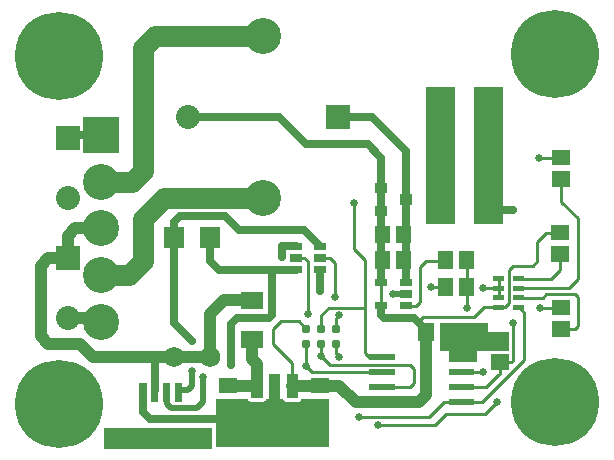
<source format=gbr>
G04 start of page 2 for group 0 idx 0 *
G04 Title: (unknown), top *
G04 Creator: pcb 4.0.2 *
G04 CreationDate: Thu Oct 28 14:33:54 2021 UTC *
G04 For: ndholmes *
G04 Format: Gerber/RS-274X *
G04 PCB-Dimensions (mil): 2000.00 1500.00 *
G04 PCB-Coordinate-Origin: lower left *
%MOIN*%
%FSLAX25Y25*%
%LNTOP*%
%ADD28C,0.0380*%
%ADD27C,0.0600*%
%ADD26C,0.0390*%
%ADD25C,0.1285*%
%ADD24C,0.0480*%
%ADD23C,0.0120*%
%ADD22C,0.0260*%
%ADD21C,0.0310*%
%ADD20C,0.0680*%
%ADD19C,0.0800*%
%ADD18C,0.1200*%
%ADD17C,0.2937*%
%ADD16C,0.0200*%
%ADD15C,0.0400*%
%ADD14C,0.0100*%
%ADD13C,0.0250*%
%ADD12C,0.0700*%
%ADD11C,0.0001*%
G54D11*G36*
X69500Y18500D02*X80079D01*
X80131Y18374D01*
X80230Y18213D01*
X80353Y18070D01*
X80496Y17947D01*
X80658Y17848D01*
X80832Y17776D01*
X81016Y17732D01*
X81204Y17721D01*
X85172Y17732D01*
X85356Y17776D01*
X85530Y17848D01*
X85692Y17947D01*
X85835Y18070D01*
X85958Y18213D01*
X86057Y18374D01*
X86109Y18500D01*
X91891D01*
X91943Y18374D01*
X92042Y18213D01*
X92165Y18070D01*
X92308Y17947D01*
X92470Y17848D01*
X92644Y17776D01*
X92828Y17732D01*
X93016Y17721D01*
X96984Y17732D01*
X97168Y17776D01*
X97342Y17848D01*
X97504Y17947D01*
X97647Y18070D01*
X97770Y18213D01*
X97869Y18374D01*
X97921Y18500D01*
X107000D01*
Y2500D01*
X69500D01*
Y18500D01*
G37*
G36*
X32000Y9000D02*X68000D01*
Y2000D01*
X32000D01*
Y9000D01*
G37*
G36*
X155500Y41000D02*X167000D01*
Y34513D01*
X166952Y34516D01*
X160891Y34507D01*
X160863Y34500D01*
X155500D01*
Y41000D01*
G37*
G36*
X156500Y31000D02*X147000D01*
Y37000D01*
X156500D01*
Y31000D01*
G37*
G36*
X144000Y44000D02*X160000D01*
Y34500D01*
X144000D01*
Y44000D01*
G37*
G36*
X148500Y43000D02*X160000D01*
Y36500D01*
X148500D01*
Y43000D01*
G37*
G36*
X165000Y77000D02*X155500D01*
Y122500D01*
X165000D01*
Y77000D01*
G37*
G36*
X149000D02*X139500D01*
Y122500D01*
X149000D01*
Y77000D01*
G37*
G54D12*X45000Y94500D02*Y135500D01*
X49000Y139500D01*
X85000D01*
X52000Y85500D02*X85000D01*
G54D13*X58000Y79500D02*X72500D01*
X60000Y112500D02*X90500D01*
X99500Y103500D01*
X58500Y79500D02*X57500D01*
X104000Y54500D02*Y61500D01*
G54D14*X109000Y64000D02*Y52500D01*
X107400Y65600D02*X109000Y64000D01*
X104200Y65600D02*X107400D01*
G54D13*X98700Y75000D02*X104200Y69500D01*
X94000Y75000D02*X98700D01*
X96000Y69500D02*X91500D01*
Y66000D02*Y69500D01*
G54D14*X96000Y65600D02*X98900D01*
X100000Y64500D02*Y52500D01*
G54D13*X88200Y61700D02*Y46700D01*
X87000Y45500D01*
G54D14*X98900Y65600D02*X100000Y64500D01*
G54D13*X31000Y106700D02*X21200D01*
G54D12*X31000Y91100D02*X41600D01*
X45000Y94500D01*
Y78500D02*X52000Y85500D01*
G54D13*X57500Y79500D02*X55500Y77500D01*
Y44500D01*
G54D12*X31000Y59900D02*X40400D01*
X45000Y64500D02*Y78500D01*
G54D15*X31000Y75500D02*X22500D01*
X20000Y73000D01*
Y65500D01*
X13500D02*X20000D01*
Y45500D02*X29800D01*
G54D13*X96000Y61700D02*X87800D01*
X89300D02*X70300D01*
X67500Y64500D01*
Y72500D01*
X72500Y79500D02*X77000Y75000D01*
X95000D01*
G54D15*X83094Y22858D02*Y30406D01*
X81500Y32000D01*
X73500Y23043D02*X83051D01*
X83094Y23000D01*
X81500Y32000D02*Y38500D01*
G54D13*X87000Y45500D02*X76500D01*
X74500Y43500D01*
G54D15*X67500Y47000D02*X72000Y51500D01*
X81500D01*
G54D13*X74500Y43500D02*Y30000D01*
G54D12*X40400Y59900D02*X45000Y64500D01*
G54D13*X49031Y21500D02*Y32469D01*
X49000Y32500D01*
X45094Y21500D02*Y14406D01*
X47500Y12000D01*
G54D15*X67500Y32500D02*X28500D01*
G54D13*X55500Y46500D02*Y44000D01*
X61500Y38000D01*
G54D15*X29800Y45500D02*X31000Y44300D01*
X11000Y39500D02*Y63000D01*
X13500Y65500D01*
X28500Y32500D02*X24000Y37000D01*
X13500D01*
X11000Y39500D01*
G54D16*X65000Y17500D02*Y26000D01*
G54D13*X47500Y12000D02*X72000D01*
G54D16*X52969Y21500D02*Y17031D01*
X54500Y15500D01*
X63000D01*
G54D15*X67500Y32500D02*Y47000D01*
G54D16*X61500Y23000D02*Y28000D01*
X56906Y21500D02*X60000D01*
X61500Y23000D01*
X63000Y15500D02*X65000Y17500D01*
G54D14*X141000Y56000D02*X144500D01*
X158500Y55500D02*X163652D01*
G54D16*X128500Y53500D02*X133000D01*
G54D14*X153000Y55957D02*X153043Y56000D01*
X141500D02*X145957D01*
X163652Y52425D02*Y58724D01*
X167000Y50500D02*Y60000D01*
X172000Y47500D02*Y31500D01*
X170500Y49000D02*X172000Y47500D01*
X170500Y49276D02*Y49000D01*
X168500Y44000D02*Y31500D01*
X165776Y49276D02*X167000Y50500D01*
X163500Y49276D02*X165776D01*
X163652D02*X158776D01*
X153000Y49000D02*Y55957D01*
X158776Y49276D02*X157500Y48000D01*
X155500Y46000D02*X158500Y49000D01*
X138500Y46000D02*X155500D01*
X175000Y63000D02*X176500Y64500D01*
X172776Y58724D02*X181224D01*
X168500Y63000D02*X175000D01*
X167000Y61500D02*X168500Y63000D01*
X167000Y58500D02*Y61500D01*
X170348Y58724D02*X174724D01*
X153043Y56000D02*Y64500D01*
X145500D02*X141500D01*
X184500Y84457D02*X186978Y81978D01*
X184500Y91957D02*Y84457D01*
X190000Y78957D02*X184500Y84457D01*
X190000Y58500D02*Y78957D01*
X187075Y55575D02*X190000Y58500D01*
X176500Y71000D02*X177250Y71750D01*
X176500Y64500D02*Y71000D01*
X179543Y74043D02*X176500Y71000D01*
X184000Y74043D02*X179543D01*
G54D13*X168500Y81500D02*X161500D01*
G54D14*X177000Y99000D02*X184457D01*
X184500Y99043D01*
X184457Y49000D02*X184500Y49043D01*
X184000Y61500D02*Y66957D01*
X181224Y58724D02*X184000Y61500D01*
X177500Y49000D02*X184457D01*
X184543Y42000D02*X184500Y41957D01*
X189000Y42000D02*X184543D01*
X190000Y43000D02*X189000Y42000D01*
X190000Y52500D02*Y43000D01*
X189000Y53500D02*X190000Y52500D01*
X170348Y55575D02*X187075D01*
X179500Y53500D02*X189000D01*
X178425Y52425D02*X179500Y53500D01*
X175000Y52425D02*X178425D01*
X170348D02*X175575D01*
X142500Y10000D02*X146000Y13500D01*
X140500Y12500D02*X145500Y17500D01*
G54D15*X139500Y20000D02*Y41500D01*
X137000Y17500D02*X139500Y20000D01*
G54D14*X134000Y30000D02*X127500D01*
X172000Y31500D02*X169500Y29000D01*
X168000Y31000D02*X164500D01*
X168500Y31500D02*X168000Y31000D01*
X159000Y13500D02*X163000Y17500D01*
X146000Y13500D02*X159000D01*
X145500Y17500D02*X158000D01*
X166000Y25500D01*
X164000Y27000D02*X162500Y25500D01*
X164000Y30957D02*Y27000D01*
X159500Y22500D02*X163500Y26500D01*
X151250Y22500D02*X159500D01*
X151250Y27500D02*X158500D01*
X170348Y29848D02*X165500Y25000D01*
X123500Y10000D02*X142500D01*
X117000Y12500D02*X140500D01*
X135500Y28500D02*X134000Y30000D01*
X135500Y24000D02*Y28500D01*
X134000Y22500D02*X135500Y24000D01*
X130000Y22500D02*X134000D01*
G54D15*X124000Y17500D02*X137000D01*
X124750D02*X116000D01*
G54D14*X124750Y22500D02*X130500D01*
X111500Y27500D02*X124750D01*
X109500Y33500D02*X110500Y32500D01*
X124750D02*X120500D01*
X124500Y57500D02*Y49700D01*
G54D13*Y46500D01*
G54D14*X136750Y44250D02*X138500Y46000D01*
X136200Y49700D02*X137500Y51000D01*
X132700Y49700D02*X136200D01*
G54D13*X135500Y45500D02*X139500Y41500D01*
X125500Y45500D02*X135500D01*
X124500Y46500D02*X125500Y45500D01*
G54D14*X120500Y32500D02*X119000Y34000D01*
X139500Y64500D02*X143500D01*
X137500Y62500D02*X139500Y64500D01*
X137500Y51000D02*Y62500D01*
G54D13*X129500Y104500D02*X132000Y102000D01*
X132700Y101300D02*X129500Y104500D01*
X132700Y57500D02*Y101300D01*
X124500Y57500D02*Y99000D01*
G54D14*X119000Y65000D02*X115500Y68500D01*
Y84000D01*
G54D13*X99500Y103500D02*X120000D01*
X124500Y99000D01*
X121500Y112500D02*X130000Y104000D01*
X110000Y112500D02*X121500D01*
G54D14*X130500Y30000D02*X122000D01*
X107500D02*X104500Y33000D01*
X125500Y30000D02*X107500D01*
X104500Y37000D02*Y33000D01*
X99500Y37000D02*Y30000D01*
G54D15*X103188Y23000D02*X103094Y22906D01*
G54D14*X101500Y27500D02*X112000D01*
X99500Y29500D02*X101500Y27500D01*
X99500Y31000D02*Y29500D01*
G54D15*X103863Y22906D02*X104000Y23043D01*
G54D14*X94906Y22858D02*Y30594D01*
G54D15*X110500Y23000D02*X103188D01*
X116000Y17500D02*X110500Y23000D01*
X94906Y22906D02*X103863D01*
G54D14*X88500Y37000D02*X91750Y33750D01*
X94906Y30594D02*X91500Y34000D01*
X88500Y42000D02*Y37000D01*
X91000Y44500D02*X88500Y42000D01*
X97000Y44500D02*X91000D01*
X99500Y42000D02*X97000Y44500D01*
X109500Y37000D02*Y33500D01*
Y42000D02*Y45500D01*
X104500Y42000D02*Y46500D01*
X100000Y54000D02*Y47000D01*
X107000Y49000D02*X115500D01*
X109500Y45500D02*X110500Y46500D01*
X104500D02*X107000Y49000D01*
X114500D02*X119000D01*
Y34000D02*Y65000D01*
G54D11*G36*
X106000Y116500D02*Y108500D01*
X114000D01*
Y116500D01*
X106000D01*
G37*
G54D17*X182500Y133500D03*
G54D18*X85000Y139500D03*
G54D17*X182500Y17500D03*
G54D18*X31000Y75500D03*
Y59900D03*
Y44300D03*
G54D11*G36*
X25000Y112700D02*Y100700D01*
X37000D01*
Y112700D01*
X25000D01*
G37*
G54D18*X31000Y91100D03*
G54D11*G36*
X16000Y109500D02*Y101500D01*
X24000D01*
Y109500D01*
X16000D01*
G37*
G54D19*X20000Y85500D03*
G54D17*X17000Y133000D03*
G54D11*G36*
X16000Y69500D02*Y61500D01*
X24000D01*
Y69500D01*
X16000D01*
G37*
G54D19*X20000Y45500D03*
G54D17*X17000Y17000D03*
G54D20*X67500Y32500D03*
X55500D03*
G54D19*X60000Y112500D03*
G54D18*X85000Y85500D03*
G54D11*G36*
X64100Y75900D02*Y69100D01*
X70900D01*
Y75900D01*
X64100D01*
G37*
G36*
X52100D02*Y69100D01*
X58900D01*
Y75900D01*
X52100D01*
G37*
G36*
X181048Y69516D02*Y64398D01*
X186952D01*
Y69516D01*
X181048D01*
G37*
G36*
Y76602D02*Y71484D01*
X186952D01*
Y76602D01*
X181048D01*
G37*
G36*
X181548Y94516D02*Y89398D01*
X187452D01*
Y94516D01*
X181548D01*
G37*
G36*
Y101602D02*Y96484D01*
X187452D01*
Y101602D01*
X181548D01*
G37*
G36*
Y44516D02*Y39398D01*
X187452D01*
Y44516D01*
X181548D01*
G37*
G36*
Y51602D02*Y46484D01*
X187452D01*
Y51602D01*
X181548D01*
G37*
G36*
X168576Y50112D02*Y48440D01*
X172120D01*
Y50112D01*
X168576D01*
G37*
G36*
Y53262D02*Y51588D01*
X172120D01*
Y53262D01*
X168576D01*
G37*
G36*
Y56412D02*Y54738D01*
X172120D01*
Y56412D01*
X168576D01*
G37*
G36*
Y59560D02*Y57888D01*
X172120D01*
Y59560D01*
X168576D01*
G37*
G36*
X122500Y58700D02*Y56300D01*
X126500D01*
Y58700D01*
X122500D01*
G37*
G36*
Y50900D02*Y48500D01*
X126500D01*
Y50900D01*
X122500D01*
G37*
G36*
X130700D02*Y48500D01*
X134700D01*
Y50900D01*
X130700D01*
G37*
G36*
Y54800D02*Y52400D01*
X134700D01*
Y54800D01*
X130700D01*
G37*
G36*
Y58700D02*Y56300D01*
X134700D01*
Y58700D01*
X130700D01*
G37*
G36*
X127516Y76452D02*X122398D01*
Y70548D01*
X127516D01*
Y76452D01*
G37*
G36*
X122500Y90700D02*Y87300D01*
X126500D01*
Y90700D01*
X122500D01*
G37*
G36*
Y82900D02*Y79500D01*
X126500D01*
Y82900D01*
X122500D01*
G37*
G36*
X134602Y76452D02*X129484D01*
Y70548D01*
X134602D01*
Y76452D01*
G37*
G36*
X130700Y86800D02*Y83400D01*
X134700D01*
Y86800D01*
X130700D01*
G37*
G36*
X145850Y85700D02*X140350D01*
Y77400D01*
X145850D01*
Y85700D01*
G37*
G36*
Y121600D02*X140350D01*
Y113300D01*
X145850D01*
Y121600D01*
G37*
G36*
X134602Y67952D02*X129484D01*
Y62048D01*
X134602D01*
Y67952D01*
G37*
G36*
X127516D02*X122398D01*
Y62048D01*
X127516D01*
Y67952D01*
G37*
G36*
X142016Y43952D02*X136898D01*
Y38048D01*
X142016D01*
Y43952D01*
G37*
G36*
X120500Y33500D02*Y31500D01*
X129000D01*
Y33500D01*
X120500D01*
G37*
G36*
Y28500D02*Y26500D01*
X129000D01*
Y28500D01*
X120500D01*
G37*
G36*
Y23500D02*Y21500D01*
X129000D01*
Y23500D01*
X120500D01*
G37*
G36*
Y18500D02*Y16500D01*
X129000D01*
Y18500D01*
X120500D01*
G37*
G54D21*X109500Y37000D03*
G54D11*G36*
X147000Y18500D02*Y16500D01*
X155500D01*
Y18500D01*
X147000D01*
G37*
G36*
Y23500D02*Y21500D01*
X155500D01*
Y23500D01*
X147000D01*
G37*
G36*
Y28500D02*Y26500D01*
X155500D01*
Y28500D01*
X147000D01*
G37*
G36*
Y33500D02*Y31500D01*
X155500D01*
Y33500D01*
X147000D01*
G37*
G36*
X161048Y33516D02*Y28398D01*
X166952D01*
Y33516D01*
X161048D01*
G37*
G36*
Y40602D02*Y35484D01*
X166952D01*
Y40602D01*
X161048D01*
G37*
G36*
X148516Y67952D02*X143398D01*
Y62048D01*
X148516D01*
Y67952D01*
G37*
G36*
Y58952D02*X143398D01*
Y53048D01*
X148516D01*
Y58952D01*
G37*
G36*
X149102Y43952D02*X143984D01*
Y38048D01*
X149102D01*
Y43952D01*
G37*
G36*
X155602Y67952D02*X150484D01*
Y62048D01*
X155602D01*
Y67952D01*
G37*
G36*
Y58952D02*X150484D01*
Y53048D01*
X155602D01*
Y58952D01*
G37*
G36*
X161880Y59560D02*Y57888D01*
X165424D01*
Y59560D01*
X161880D01*
G37*
G36*
Y56412D02*Y54738D01*
X165424D01*
Y56412D01*
X161880D01*
G37*
G36*
Y53262D02*Y51588D01*
X165424D01*
Y53262D01*
X161880D01*
G37*
G36*
Y50112D02*Y48440D01*
X165424D01*
Y50112D01*
X161880D01*
G37*
G36*
X163650Y85700D02*X158150D01*
Y77400D01*
X163650D01*
Y85700D01*
G37*
G36*
Y121600D02*X158150D01*
Y113300D01*
X163650D01*
Y121600D01*
G37*
G54D21*X99500Y37000D03*
Y42000D03*
X104500Y37000D03*
Y42000D03*
X109500D03*
G54D11*G36*
X77750Y54250D02*Y48750D01*
X85250D01*
Y54250D01*
X77750D01*
G37*
G36*
Y41250D02*Y35750D01*
X85250D01*
Y41250D01*
X77750D01*
G37*
G36*
X94000Y70700D02*Y68300D01*
X98000D01*
Y70700D01*
X94000D01*
G37*
G36*
Y66800D02*Y64400D01*
X98000D01*
Y66800D01*
X94000D01*
G37*
G36*
Y62900D02*Y60500D01*
X98000D01*
Y62900D01*
X94000D01*
G37*
G36*
X102200D02*Y60500D01*
X106200D01*
Y62900D01*
X102200D01*
G37*
G36*
Y66800D02*Y64400D01*
X106200D01*
Y66800D01*
X102200D01*
G37*
G36*
Y70700D02*Y68300D01*
X106200D01*
Y70700D01*
X102200D01*
G37*
G36*
X101048Y25602D02*Y20484D01*
X106952D01*
Y25602D01*
X101048D01*
G37*
G36*
X96796Y26795D02*X93016D01*
Y18921D01*
X96796D01*
Y26795D01*
G37*
G36*
X101048Y18516D02*Y13398D01*
X106952D01*
Y18516D01*
X101048D01*
G37*
G36*
X70548Y25602D02*Y20484D01*
X76452D01*
Y25602D01*
X70548D01*
G37*
G36*
Y18516D02*Y13398D01*
X76452D01*
Y18516D01*
X70548D01*
G37*
G36*
X90890Y26795D02*X87110D01*
Y11205D01*
X90890D01*
Y26795D01*
G37*
G36*
X93725Y16086D02*X84275D01*
Y4746D01*
X93725D01*
Y16086D01*
G37*
G36*
X90885Y18926D02*X89465Y17506D01*
X92305Y14666D01*
X93725Y16086D01*
X90885Y18926D01*
G37*
G36*
X88535Y17506D02*X87115Y18926D01*
X84275Y16086D01*
X85695Y14666D01*
X88535Y17506D01*
G37*
G36*
X84984Y26795D02*X81204D01*
Y18921D01*
X84984D01*
Y26795D01*
G37*
G36*
X46299Y23807D02*X43937D01*
Y17705D01*
X46299D01*
Y23807D01*
G37*
G36*
X50236D02*X47874D01*
Y17705D01*
X50236D01*
Y23807D01*
G37*
G36*
X54173D02*X51811D01*
Y17705D01*
X54173D01*
Y23807D01*
G37*
G36*
X58110D02*X55748D01*
Y17705D01*
X58110D01*
Y23807D01*
G37*
G36*
X42362Y9043D02*X37638D01*
Y1957D01*
X42362D01*
Y9043D01*
G37*
G36*
X64409D02*X59685D01*
Y1957D01*
X64409D01*
Y9043D01*
G37*
G54D22*X155000Y39000D03*
X163000Y17500D03*
X123500Y10000D03*
X158000Y36500D03*
X152000D03*
X158500Y27500D03*
X177500Y49000D03*
X153000D03*
X168500Y44000D03*
X152000Y42000D03*
X158000D03*
X141000Y56000D03*
X168500Y81500D03*
X158500Y55500D03*
X141500Y109500D03*
Y89000D03*
X147000Y109500D03*
Y89000D03*
Y99500D03*
X177000Y99000D03*
X104000Y54500D03*
Y58000D03*
X128500Y53500D03*
X91500Y66000D03*
X110500Y32500D03*
Y46500D03*
X99500Y29500D03*
X109000Y52500D03*
X104500Y33000D03*
X100000Y47000D03*
X91500Y69500D03*
X115500Y84000D03*
X117000Y12500D03*
X97500Y15500D03*
X101000Y8500D03*
Y5000D03*
X97500Y12000D03*
Y8500D03*
Y5000D03*
X77000Y8500D03*
Y5000D03*
X80500Y15500D03*
X61500Y28000D03*
Y38000D03*
X74500Y30000D03*
X65000Y26000D03*
X80500Y12000D03*
Y8500D03*
Y5000D03*
G54D23*G54D24*G54D25*G54D20*G54D26*G54D25*G54D27*G54D24*G54D25*G54D24*G54D25*G54D28*G54D24*G54D20*G54D28*M02*

</source>
